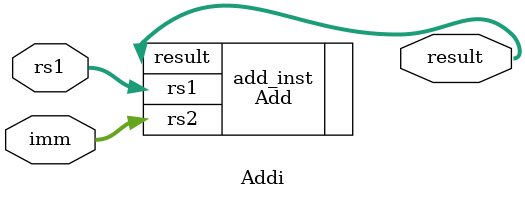
<source format=v>
module Addi (
    input  wire [31:0] rs1,
    input  wire [31:0] imm,
    output wire [31:0] result
);
    wire [31:0] unused_rs2;  // Não usado

    // Instancia o Add "base"
    Add add_inst (
        .rs1(rs1),
        .rs2(imm),
        .result(result)
    );
endmodule

</source>
